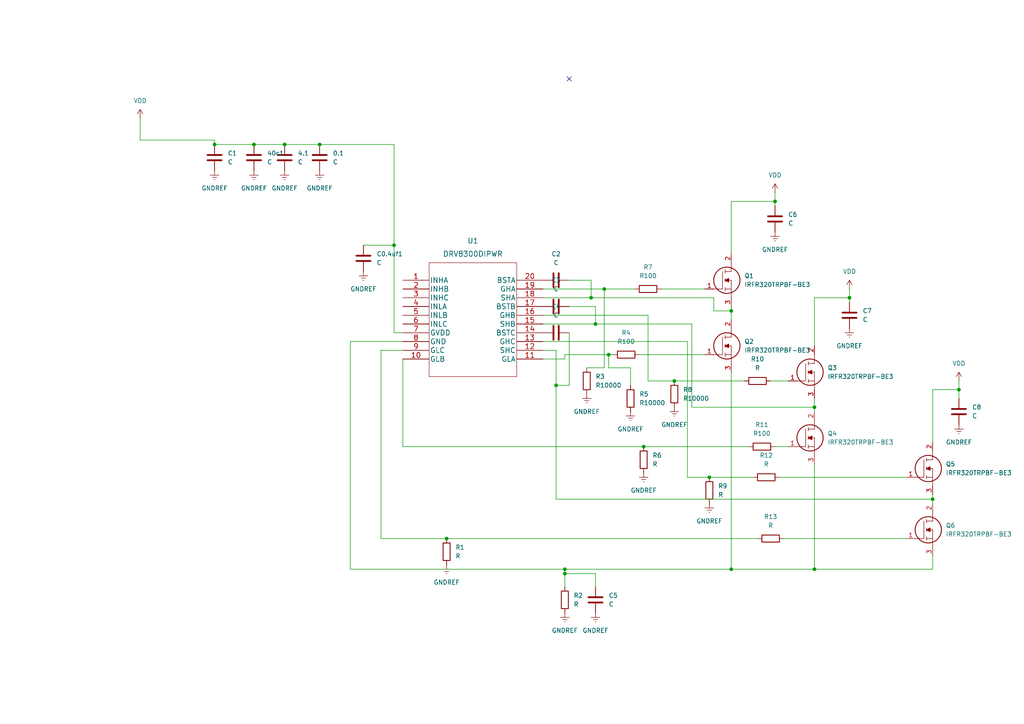
<source format=kicad_sch>
(kicad_sch (version 20211123) (generator eeschema)
  (paper "A4")
  (lib_symbols
    (symbol "DRV8300PWR:DRV8300DIPWR" (pin_names (offset 0.254))
      (property "Reference" "U" (at 20.32 10.16 0))
      (property "Value" "DRV8300DIPWR" (at 20.32 7.62 0))
      (symbol "DRV8300DIPWR_1_1"
        (polyline (pts (xy 7.62 -27.94) (xy 33.02 -27.94)) (stroke (width 0.127)))
        (polyline (pts (xy 7.62 5.08) (xy 7.62 -27.94)) (stroke (width 0.127)))
        (polyline (pts (xy 33.02 -27.94) (xy 33.02 5.08)) (stroke (width 0.127)))
        (polyline (pts (xy 33.02 5.08) (xy 7.62 5.08)) (stroke (width 0.127)))
        (pin input line (at 0 0 0) (length 7.62) (name "INHA") (number "1"))
        (pin unspecified line (at 0 -22.86 0) (length 7.62) (name "GLB") (number "10"))
        (pin unspecified line (at 40.64 -22.86 180) (length 7.62) (name "GLA") (number "11"))
        (pin unspecified line (at 40.64 -20.32 180) (length 7.62) (name "SHC") (number "12"))
        (pin unspecified line (at 40.64 -17.78 180) (length 7.62) (name "GHC") (number "13"))
        (pin unspecified line (at 40.64 -15.24 180) (length 7.62) (name "BSTC") (number "14"))
        (pin unspecified line (at 40.64 -12.7 180) (length 7.62) (name "SHB") (number "15"))
        (pin unspecified line (at 40.64 -10.16 180) (length 7.62) (name "GHB") (number "16"))
        (pin unspecified line (at 40.64 -7.62 180) (length 7.62) (name "BSTB") (number "17"))
        (pin unspecified line (at 40.64 -5.08 180) (length 7.62) (name "SHA") (number "18"))
        (pin unspecified line (at 40.64 -2.54 180) (length 7.62) (name "GHA") (number "19"))
        (pin input line (at 0 -2.54 0) (length 7.62) (name "INHB") (number "2"))
        (pin unspecified line (at 40.64 0 180) (length 7.62) (name "BSTA") (number "20"))
        (pin input line (at 0 -5.08 0) (length 7.62) (name "INHC") (number "3"))
        (pin input line (at 0 -7.62 0) (length 7.62) (name "INLA") (number "4"))
        (pin input line (at 0 -10.16 0) (length 7.62) (name "INLB") (number "5"))
        (pin input line (at 0 -12.7 0) (length 7.62) (name "INLC") (number "6"))
        (pin power_in line (at 0 -15.24 0) (length 7.62) (name "GVDD") (number "7"))
        (pin power_in line (at 0 -17.78 0) (length 7.62) (name "GND") (number "8"))
        (pin unspecified line (at 0 -20.32 0) (length 7.62) (name "GLC") (number "9"))
      )
    )
    (symbol "Device:C" (pin_numbers hide) (pin_names (offset 0.254))
      (property "Reference" "C" (at 0.635 2.54 0))
      (property "Value" "C" (at 0.635 -2.54 0))
      (symbol "C_0_1"
        (polyline (pts (xy -2.032 -0.762) (xy 2.032 -0.762)) (stroke (width 0.508)))
        (polyline (pts (xy -2.032 0.762) (xy 2.032 0.762)) (stroke (width 0.508)))
      )
      (symbol "C_1_1"
        (pin passive line (at 0 3.81 270) (length 2.794) (name "~") (number "1"))
        (pin passive line (at 0 -3.81 90) (length 2.794) (name "~") (number "2"))
      )
    )
    (symbol "Device:R" (pin_numbers hide) (pin_names (offset 0))
      (property "Reference" "R" (at 2.032 0 90))
      (property "Value" "R" (at 0 0 90))
      (symbol "R_0_1"
        (rectangle (start -1.016 -2.54) (end 1.016 2.54) (stroke (width 0.254)))
      )
      (symbol "R_1_1"
        (pin passive line (at 0 3.81 270) (length 1.27) (name "~") (number "1"))
        (pin passive line (at 0 -3.81 90) (length 1.27) (name "~") (number "2"))
      )
    )
    (symbol "IRFR320TRPBF-BE3:IRFR320TRPBF-BE3" (pin_names (offset 0.762))
      (property "Reference" "Q" (at 11.43 3.81 0))
      (property "Value" "IRFR320TRPBF-BE3" (at 11.43 1.27 0))
      (symbol "IRFR320TRPBF-BE3_0_0"
        (pin passive line (at 0 0 0) (length 2.54) (name "~") (number "1"))
        (pin passive line (at 7.62 10.16 270) (length 2.54) (name "~") (number "2"))
        (pin passive line (at 7.62 -5.08 90) (length 2.54) (name "~") (number "3"))
      )
      (symbol "IRFR320TRPBF-BE3_0_1"
        (polyline (pts (xy 5.842 -0.508) (xy 5.842 0.508)) (stroke (width 0.1524)))
        (polyline (pts (xy 5.842 0) (xy 7.62 0)) (stroke (width 0.1524)))
        (polyline (pts (xy 5.842 2.032) (xy 5.842 3.048)) (stroke (width 0.1524)))
        (polyline (pts (xy 5.842 5.588) (xy 5.842 4.572)) (stroke (width 0.1524)))
        (polyline (pts (xy 7.62 2.54) (xy 5.842 2.54)) (stroke (width 0.1524)))
        (polyline (pts (xy 7.62 2.54) (xy 7.62 -2.54)) (stroke (width 0.1524)))
        (polyline (pts (xy 7.62 5.08) (xy 5.842 5.08)) (stroke (width 0.1524)))
        (polyline (pts (xy 7.62 5.08) (xy 7.62 7.62)) (stroke (width 0.1524)))
        (polyline (pts (xy 2.54 0) (xy 5.08 0) (xy 5.08 5.08)) (stroke (width 0.1524)))
        (polyline (pts (xy 5.842 2.54) (xy 6.858 3.048) (xy 6.858 2.032) (xy 5.842 2.54)) (stroke (width 0.254)) (fill (type outline)))
        (circle (center 6.35 2.54) (radius 3.81) (stroke (width 0.254)))
      )
    )
    (symbol "power:GNDREF" (power) (pin_names (offset 0))
      (property "Value" "GNDREF" (at 0 -3.81 0))
      (symbol "GNDREF_0_1"
        (polyline (pts (xy -0.635 -1.905) (xy 0.635 -1.905)))
        (polyline (pts (xy -0.127 -2.54) (xy 0.127 -2.54)))
        (polyline (pts (xy 0 -1.27) (xy 0 0)))
        (polyline (pts (xy 1.27 -1.27) (xy -1.27 -1.27)))
      )
      (symbol "GNDREF_1_1"
        (pin power_in line (at 0 0 270) (length 0) hide (name "GNDREF") (number "1"))
      )
    )
    (symbol "power:VDD" (power) (pin_names (offset 0))
      (property "Value" "VDD" (at 0 3.81 0))
      (symbol "VDD_0_1"
        (polyline (pts (xy -0.762 1.27) (xy 0 2.54)))
        (polyline (pts (xy 0 0) (xy 0 2.54)))
        (polyline (pts (xy 0 2.54) (xy 0.762 1.27)))
      )
      (symbol "VDD_1_1"
        (pin power_in line (at 0 0 90) (length 0) hide (name "VDD") (number "1"))
      )
    )
  )
  (junction (at 246.38 86.36))
  (junction (at 163.83 166.37))
  (junction (at 62.23 41.91))
  (junction (at 224.79 58.42))
  (junction (at 236.22 118.11))
  (junction (at 195.58 110.49))
  (junction (at 186.69 129.54))
  (junction (at 171.45 86.36))
  (junction (at 236.22 165.1))
  (junction (at 172.72 93.98))
  (junction (at 73.66 41.91))
  (junction (at 175.26 83.82))
  (junction (at 278.13 113.03))
  (junction (at 205.74 138.43))
  (junction (at 212.09 90.17))
  (junction (at 82.55 41.91))
  (junction (at 129.54 156.21))
  (junction (at 161.29 111.76))
  (junction (at 114.3 71.12))
  (junction (at 212.09 165.1))
  (junction (at 176.53 102.87))
  (junction (at 163.83 165.1))
  (junction (at 92.71 41.91))
  (junction (at 270.51 144.78))
  (no_connect (at 165.1 22.86))
  (wire (pts (xy 278.13 110.49) (xy 278.13 113.03)))
  (wire (pts (xy 175.26 83.82) (xy 184.15 83.82)))
  (wire (pts (xy 195.58 110.49) (xy 215.9 110.49)))
  (wire (pts (xy 116.84 104.14) (xy 116.84 129.54)))
  (wire (pts (xy 187.96 110.49) (xy 195.58 110.49)))
  (wire (pts (xy 62.23 41.91) (xy 73.66 41.91)))
  (wire (pts (xy 82.55 41.91) (xy 92.71 41.91)))
  (wire (pts (xy 236.22 118.11) (xy 236.22 119.38)))
  (wire (pts (xy 224.79 129.54) (xy 228.6 129.54)))
  (wire (pts (xy 172.72 166.37) (xy 163.83 166.37)))
  (wire (pts (xy 116.84 129.54) (xy 186.69 129.54)))
  (wire (pts (xy 163.83 166.37) (xy 163.83 165.1)))
  (wire (pts (xy 62.23 40.64) (xy 62.23 41.91)))
  (wire (pts (xy 157.48 93.98) (xy 172.72 93.98)))
  (wire (pts (xy 207.01 86.36) (xy 207.01 90.17)))
  (wire (pts (xy 157.48 91.44) (xy 187.96 91.44)))
  (wire (pts (xy 157.48 86.36) (xy 171.45 86.36)))
  (wire (pts (xy 165.1 96.52) (xy 165.1 111.76)))
  (wire (pts (xy 223.52 110.49) (xy 228.6 110.49)))
  (wire (pts (xy 236.22 100.33) (xy 236.22 86.36)))
  (wire (pts (xy 199.39 138.43) (xy 205.74 138.43)))
  (wire (pts (xy 207.01 90.17) (xy 212.09 90.17)))
  (wire (pts (xy 105.41 71.12) (xy 114.3 71.12)))
  (wire (pts (xy 236.22 165.1) (xy 270.51 165.1)))
  (wire (pts (xy 101.6 99.06) (xy 101.6 165.1)))
  (wire (pts (xy 161.29 144.78) (xy 270.51 144.78)))
  (wire (pts (xy 161.29 101.6) (xy 161.29 111.76)))
  (wire (pts (xy 157.48 101.6) (xy 161.29 101.6)))
  (wire (pts (xy 212.09 90.17) (xy 212.09 92.71)))
  (wire (pts (xy 226.06 138.43) (xy 262.89 138.43)))
  (wire (pts (xy 40.64 40.64) (xy 62.23 40.64)))
  (wire (pts (xy 171.45 86.36) (xy 207.01 86.36)))
  (wire (pts (xy 212.09 107.95) (xy 212.09 165.1)))
  (wire (pts (xy 165.1 88.9) (xy 172.72 88.9)))
  (wire (pts (xy 270.51 143.51) (xy 270.51 144.78)))
  (wire (pts (xy 114.3 41.91) (xy 114.3 71.12)))
  (wire (pts (xy 177.8 102.87) (xy 176.53 102.87)))
  (wire (pts (xy 114.3 71.12) (xy 114.3 96.52)))
  (wire (pts (xy 191.77 83.82) (xy 204.47 83.82)))
  (wire (pts (xy 172.72 88.9) (xy 172.72 93.98)))
  (wire (pts (xy 116.84 99.06) (xy 101.6 99.06)))
  (wire (pts (xy 270.51 128.27) (xy 270.51 113.03)))
  (wire (pts (xy 40.64 34.29) (xy 40.64 40.64)))
  (wire (pts (xy 163.83 170.18) (xy 163.83 166.37)))
  (wire (pts (xy 172.72 170.18) (xy 172.72 166.37)))
  (wire (pts (xy 176.53 106.68) (xy 176.53 102.87)))
  (wire (pts (xy 157.48 104.14) (xy 163.83 104.14)))
  (wire (pts (xy 236.22 86.36) (xy 246.38 86.36)))
  (wire (pts (xy 101.6 165.1) (xy 163.83 165.1)))
  (wire (pts (xy 199.39 99.06) (xy 199.39 138.43)))
  (wire (pts (xy 157.48 99.06) (xy 199.39 99.06)))
  (wire (pts (xy 182.88 106.68) (xy 176.53 106.68)))
  (wire (pts (xy 236.22 134.62) (xy 236.22 165.1)))
  (wire (pts (xy 270.51 165.1) (xy 270.51 161.29)))
  (wire (pts (xy 204.47 102.87) (xy 185.42 102.87)))
  (wire (pts (xy 165.1 111.76) (xy 161.29 111.76)))
  (wire (pts (xy 73.66 41.91) (xy 82.55 41.91)))
  (wire (pts (xy 212.09 165.1) (xy 236.22 165.1)))
  (wire (pts (xy 110.49 156.21) (xy 129.54 156.21)))
  (wire (pts (xy 161.29 111.76) (xy 161.29 144.78)))
  (wire (pts (xy 205.74 138.43) (xy 218.44 138.43)))
  (wire (pts (xy 246.38 86.36) (xy 246.38 87.63)))
  (wire (pts (xy 187.96 91.44) (xy 187.96 110.49)))
  (wire (pts (xy 278.13 113.03) (xy 278.13 115.57)))
  (wire (pts (xy 157.48 83.82) (xy 175.26 83.82)))
  (wire (pts (xy 246.38 83.82) (xy 246.38 86.36)))
  (wire (pts (xy 186.69 129.54) (xy 217.17 129.54)))
  (wire (pts (xy 92.71 41.91) (xy 114.3 41.91)))
  (wire (pts (xy 270.51 113.03) (xy 278.13 113.03)))
  (wire (pts (xy 212.09 58.42) (xy 224.79 58.42)))
  (wire (pts (xy 171.45 81.28) (xy 171.45 86.36)))
  (wire (pts (xy 110.49 156.21) (xy 110.49 101.6)))
  (wire (pts (xy 212.09 73.66) (xy 212.09 58.42)))
  (wire (pts (xy 172.72 93.98) (xy 200.66 93.98)))
  (wire (pts (xy 270.51 144.78) (xy 270.51 146.05)))
  (wire (pts (xy 163.83 102.87) (xy 163.83 104.14)))
  (wire (pts (xy 200.66 118.11) (xy 236.22 118.11)))
  (wire (pts (xy 262.89 156.21) (xy 227.33 156.21)))
  (wire (pts (xy 175.26 106.68) (xy 175.26 83.82)))
  (wire (pts (xy 116.84 96.52) (xy 114.3 96.52)))
  (wire (pts (xy 212.09 88.9) (xy 212.09 90.17)))
  (wire (pts (xy 110.49 101.6) (xy 116.84 101.6)))
  (wire (pts (xy 236.22 115.57) (xy 236.22 118.11)))
  (wire (pts (xy 170.18 106.68) (xy 175.26 106.68)))
  (wire (pts (xy 224.79 58.42) (xy 224.79 59.69)))
  (wire (pts (xy 200.66 93.98) (xy 200.66 118.11)))
  (wire (pts (xy 182.88 111.76) (xy 182.88 106.68)))
  (wire (pts (xy 165.1 81.28) (xy 171.45 81.28)))
  (wire (pts (xy 129.54 156.21) (xy 219.71 156.21)))
  (wire (pts (xy 176.53 102.87) (xy 163.83 102.87)))
  (wire (pts (xy 163.83 165.1) (xy 212.09 165.1)))
  (wire (pts (xy 224.79 55.88) (xy 224.79 58.42)))
  (symbol (lib_id "Device:C") (at 92.71 45.72 0) (unit 1)
    (property "Reference" "0.1" (at 96.52 44.4499 0) (effects (justify left)))
    (property "Value" "C" (at 96.52 46.9899 0) (effects (justify left)))
  )
  (symbol (lib_id "power:GNDREF") (at 186.69 137.16 0) (unit 1)
    (property "Reference" "#PWR012" (effects hide))
    (property "Value" "GNDREF" (at 186.69 142.24 0))
  )
  (symbol (lib_id "power:GNDREF") (at 195.58 118.11 0) (unit 1)
    (property "Reference" "#PWR013" (effects hide))
    (property "Value" "GNDREF" (at 195.58 123.19 0))
  )
  (symbol (lib_id "Device:R") (at 219.71 110.49 90) (unit 1)
    (property "Reference" "R10" (at 219.71 104.14 90))
    (property "Value" "R" (at 219.71 106.68 90))
  )
  (symbol (lib_id "Device:C") (at 224.79 63.5 0) (unit 1)
    (property "Reference" "C6" (at 228.6 62.2299 0) (effects (justify left)))
    (property "Value" "C" (at 228.6 64.7699 0) (effects (justify left)))
  )
  (symbol (lib_id "Device:R") (at 181.61 102.87 90) (unit 1)
    (property "Reference" "R4" (at 181.61 96.52 90))
    (property "Value" "R100" (at 181.61 99.06 90))
  )
  (symbol (lib_id "Device:R") (at 195.58 114.3 0) (unit 1)
    (property "Reference" "R8" (at 198.12 113.0299 0) (effects (justify left)))
    (property "Value" "R10000" (at 198.12 115.5699 0) (effects (justify left)))
  )
  (symbol (lib_id "power:GNDREF") (at 73.66 49.53 0) (unit 1)
    (property "Reference" "#PWR03" (effects hide))
    (property "Value" "GNDREF" (at 73.66 54.61 0))
  )
  (symbol (lib_id "Device:R") (at 205.74 142.24 0) (unit 1)
    (property "Reference" "R9" (at 208.28 140.9699 0) (effects (justify left)))
    (property "Value" "R" (at 208.28 143.5099 0) (effects (justify left)))
  )
  (symbol (lib_id "power:VDD") (at 278.13 110.49 0) (unit 1)
    (property "Reference" "#PWR019" (effects hide))
    (property "Value" "VDD" (at 278.13 105.41 0))
  )
  (symbol (lib_id "power:GNDREF") (at 163.83 177.8 0) (unit 1)
    (property "Reference" "#PWR08" (effects hide))
    (property "Value" "GNDREF" (at 163.83 182.88 0))
  )
  (symbol (lib_id "Device:C") (at 278.13 119.38 0) (unit 1)
    (property "Reference" "C8" (at 281.94 118.1099 0) (effects (justify left)))
    (property "Value" "C" (at 281.94 120.6499 0) (effects (justify left)))
  )
  (symbol (lib_id "Device:R") (at 129.54 160.02 0) (unit 1)
    (property "Reference" "R1" (at 132.08 158.7499 0) (effects (justify left)))
    (property "Value" "R" (at 132.08 161.2899 0) (effects (justify left)))
  )
  (symbol (lib_id "Device:C") (at 161.29 96.52 270) (unit 1)
    (property "Reference" "C4" (at 161.29 88.9 90))
    (property "Value" "C" (at 161.29 91.44 90))
  )
  (symbol (lib_id "power:GNDREF") (at 82.55 49.53 0) (unit 1)
    (property "Reference" "#PWR04" (effects hide))
    (property "Value" "GNDREF" (at 82.55 54.61 0))
  )
  (symbol (lib_id "power:VDD") (at 246.38 83.82 0) (unit 1)
    (property "Reference" "#PWR017" (effects hide))
    (property "Value" "VDD" (at 246.38 78.74 0))
  )
  (symbol (lib_id "Device:R") (at 182.88 115.57 0) (unit 1)
    (property "Reference" "R5" (at 185.42 114.2999 0) (effects (justify left)))
    (property "Value" "R10000" (at 185.42 116.8399 0) (effects (justify left)))
  )
  (symbol (lib_id "Device:R") (at 170.18 110.49 0) (unit 1)
    (property "Reference" "R3" (at 172.72 109.2199 0) (effects (justify left)))
    (property "Value" "R10000" (at 172.72 111.7599 0) (effects (justify left)))
  )
  (symbol (lib_id "Device:C") (at 62.23 45.72 0) (unit 1)
    (property "Reference" "C1" (at 66.04 44.4499 0) (effects (justify left)))
    (property "Value" "C" (at 66.04 46.9899 0) (effects (justify left)))
  )
  (symbol (lib_id "IRFR320TRPBF-BE3:IRFR320TRPBF-BE3") (at 204.47 83.82 0) (unit 1)
    (property "Reference" "Q1" (at 215.9 80.0099 0) (effects (justify left)))
    (property "Value" "IRFR320TRPBF-BE3" (at 215.9 82.5499 0) (effects (justify left)))
    (property "Footprint" "IRFR320TRPBFBE3" (effects hide))
    (property "Datasheet" "https://www.vishay.com/docs/91273/sihfr320.pdf" (effects hide))
    (property "Description" "MOSFET N-CHANNEL 400V" (effects hide))
    (property "Height" "2.52" (effects hide))
    (property "Mouser Part Number" "78-IRFR320TRPBF-BE3" (effects hide))
    (property "Mouser Price/Stock" "https://www.mouser.co.uk/ProductDetail/Vishay-Semiconductors/IRFR320TRPBF-BE3?qs=TCDPyi3sCW35%2Ff7twG6d5A%3D%3D" (effects hide))
    (property "Manufacturer_Name" "Vishay" (effects hide))
    (property "Manufacturer_Part_Number" "IRFR320TRPBF-BE3" (effects hide))
  )
  (symbol (lib_id "power:GNDREF") (at 246.38 95.25 0) (unit 1)
    (property "Reference" "#PWR018" (effects hide))
    (property "Value" "GNDREF" (at 246.38 100.33 0))
  )
  (symbol (lib_id "power:GNDREF") (at 224.79 67.31 0) (unit 1)
    (property "Reference" "#PWR016" (effects hide))
    (property "Value" "GNDREF" (at 224.79 72.39 0))
  )
  (symbol (lib_id "power:GNDREF") (at 205.74 146.05 0) (unit 1)
    (property "Reference" "#PWR014" (effects hide))
    (property "Value" "GNDREF" (at 205.74 151.13 0))
  )
  (symbol (lib_id "Device:C") (at 82.55 45.72 0) (unit 1)
    (property "Reference" "4.1" (at 86.36 44.4499 0) (effects (justify left)))
    (property "Value" "C" (at 86.36 46.9899 0) (effects (justify left)))
  )
  (symbol (lib_id "Device:R") (at 187.96 83.82 270) (unit 1)
    (property "Reference" "R7" (at 187.96 77.47 90))
    (property "Value" "R100" (at 187.96 80.01 90))
  )
  (symbol (lib_id "IRFR320TRPBF-BE3:IRFR320TRPBF-BE3") (at 262.89 156.21 0) (unit 1)
    (property "Reference" "Q6" (at 274.32 152.3999 0) (effects (justify left)))
    (property "Value" "IRFR320TRPBF-BE3" (at 274.32 154.9399 0) (effects (justify left)))
    (property "Footprint" "IRFR320TRPBFBE3" (effects hide))
    (property "Datasheet" "https://www.vishay.com/docs/91273/sihfr320.pdf" (effects hide))
    (property "Description" "MOSFET N-CHANNEL 400V" (effects hide))
    (property "Height" "2.52" (effects hide))
    (property "Mouser Part Number" "78-IRFR320TRPBF-BE3" (effects hide))
    (property "Mouser Price/Stock" "https://www.mouser.co.uk/ProductDetail/Vishay-Semiconductors/IRFR320TRPBF-BE3?qs=TCDPyi3sCW35%2Ff7twG6d5A%3D%3D" (effects hide))
    (property "Manufacturer_Name" "Vishay" (effects hide))
    (property "Manufacturer_Part_Number" "IRFR320TRPBF-BE3" (effects hide))
  )
  (symbol (lib_id "power:GNDREF") (at 62.23 49.53 0) (unit 1)
    (property "Reference" "#PWR02" (effects hide))
    (property "Value" "GNDREF" (at 62.23 54.61 0))
  )
  (symbol (lib_id "Device:C") (at 161.29 81.28 90) (unit 1)
    (property "Reference" "C2" (at 161.29 73.66 90))
    (property "Value" "C" (at 161.29 76.2 90))
  )
  (symbol (lib_id "Device:R") (at 186.69 133.35 0) (unit 1)
    (property "Reference" "R6" (at 189.23 132.0799 0) (effects (justify left)))
    (property "Value" "R" (at 189.23 134.6199 0) (effects (justify left)))
  )
  (symbol (lib_id "Device:R") (at 223.52 156.21 90) (unit 1)
    (property "Reference" "R13" (at 223.52 149.86 90))
    (property "Value" "R" (at 223.52 152.4 90))
  )
  (symbol (lib_id "power:GNDREF") (at 92.71 49.53 0) (unit 1)
    (property "Reference" "#PWR05" (effects hide))
    (property "Value" "GNDREF" (at 92.71 54.61 0))
  )
  (symbol (lib_id "Device:C") (at 246.38 91.44 0) (unit 1)
    (property "Reference" "C7" (at 250.19 90.1699 0) (effects (justify left)))
    (property "Value" "C" (at 250.19 92.7099 0) (effects (justify left)))
  )
  (symbol (lib_id "power:VDD") (at 40.64 34.29 0) (unit 1)
    (property "Reference" "#PWR01" (effects hide))
    (property "Value" "VDD" (at 40.64 29.21 0))
  )
  (symbol (lib_id "power:GNDREF") (at 172.72 177.8 0) (unit 1)
    (property "Reference" "#PWR010" (effects hide))
    (property "Value" "GNDREF" (at 172.72 182.88 0))
  )
  (symbol (lib_id "power:VDD") (at 224.79 55.88 0) (unit 1)
    (property "Reference" "#PWR015" (effects hide))
    (property "Value" "VDD" (at 224.79 50.8 0))
  )
  (symbol (lib_id "Device:R") (at 163.83 173.99 0) (unit 1)
    (property "Reference" "R2" (at 166.37 172.7199 0) (effects (justify left)))
    (property "Value" "R" (at 166.37 175.2599 0) (effects (justify left)))
  )
  (symbol (lib_id "Device:R") (at 220.98 129.54 270) (unit 1)
    (property "Reference" "R11" (at 220.98 123.19 90))
    (property "Value" "R100" (at 220.98 125.73 90))
  )
  (symbol (lib_id "power:GNDREF") (at 182.88 119.38 0) (unit 1)
    (property "Reference" "#PWR011" (effects hide))
    (property "Value" "GNDREF" (at 182.88 124.46 0))
  )
  (symbol (lib_id "power:GNDREF") (at 278.13 123.19 0) (unit 1)
    (property "Reference" "#PWR020" (effects hide))
    (property "Value" "GNDREF" (at 278.13 128.27 0))
  )
  (symbol (lib_id "Device:C") (at 73.66 45.72 0) (unit 1)
    (property "Reference" "40c1" (at 77.47 44.4499 0) (effects (justify left)))
    (property "Value" "C" (at 77.47 46.9899 0) (effects (justify left)))
  )
  (symbol (lib_id "IRFR320TRPBF-BE3:IRFR320TRPBF-BE3") (at 228.6 129.54 0) (unit 1)
    (property "Reference" "Q4" (at 240.03 125.7299 0) (effects (justify left)))
    (property "Value" "IRFR320TRPBF-BE3" (at 240.03 128.2699 0) (effects (justify left)))
    (property "Footprint" "IRFR320TRPBFBE3" (effects hide))
    (property "Datasheet" "https://www.vishay.com/docs/91273/sihfr320.pdf" (effects hide))
    (property "Description" "MOSFET N-CHANNEL 400V" (effects hide))
    (property "Height" "2.52" (effects hide))
    (property "Mouser Part Number" "78-IRFR320TRPBF-BE3" (effects hide))
    (property "Mouser Price/Stock" "https://www.mouser.co.uk/ProductDetail/Vishay-Semiconductors/IRFR320TRPBF-BE3?qs=TCDPyi3sCW35%2Ff7twG6d5A%3D%3D" (effects hide))
    (property "Manufacturer_Name" "Vishay" (effects hide))
    (property "Manufacturer_Part_Number" "IRFR320TRPBF-BE3" (effects hide))
  )
  (symbol (lib_id "IRFR320TRPBF-BE3:IRFR320TRPBF-BE3") (at 262.89 138.43 0) (unit 1)
    (property "Reference" "Q5" (at 274.32 134.6199 0) (effects (justify left)))
    (property "Value" "IRFR320TRPBF-BE3" (at 274.32 137.1599 0) (effects (justify left)))
    (property "Footprint" "IRFR320TRPBFBE3" (effects hide))
    (property "Datasheet" "https://www.vishay.com/docs/91273/sihfr320.pdf" (effects hide))
    (property "Description" "MOSFET N-CHANNEL 400V" (effects hide))
    (property "Height" "2.52" (effects hide))
    (property "Mouser Part Number" "78-IRFR320TRPBF-BE3" (effects hide))
    (property "Mouser Price/Stock" "https://www.mouser.co.uk/ProductDetail/Vishay-Semiconductors/IRFR320TRPBF-BE3?qs=TCDPyi3sCW35%2Ff7twG6d5A%3D%3D" (effects hide))
    (property "Manufacturer_Name" "Vishay" (effects hide))
    (property "Manufacturer_Part_Number" "IRFR320TRPBF-BE3" (effects hide))
  )
  (symbol (lib_id "IRFR320TRPBF-BE3:IRFR320TRPBF-BE3") (at 204.47 102.87 0) (unit 1)
    (property "Reference" "Q2" (at 215.9 99.0599 0) (effects (justify left)))
    (property "Value" "IRFR320TRPBF-BE3" (at 215.9 101.5999 0) (effects (justify left)))
    (property "Footprint" "IRFR320TRPBFBE3" (effects hide))
    (property "Datasheet" "https://www.vishay.com/docs/91273/sihfr320.pdf" (effects hide))
    (property "Description" "MOSFET N-CHANNEL 400V" (effects hide))
    (property "Height" "2.52" (effects hide))
    (property "Mouser Part Number" "78-IRFR320TRPBF-BE3" (effects hide))
    (property "Mouser Price/Stock" "https://www.mouser.co.uk/ProductDetail/Vishay-Semiconductors/IRFR320TRPBF-BE3?qs=TCDPyi3sCW35%2Ff7twG6d5A%3D%3D" (effects hide))
    (property "Manufacturer_Name" "Vishay" (effects hide))
    (property "Manufacturer_Part_Number" "IRFR320TRPBF-BE3" (effects hide))
  )
  (symbol (lib_id "Device:C") (at 172.72 173.99 0) (unit 1)
    (property "Reference" "C5" (at 176.53 172.7199 0) (effects (justify left)))
    (property "Value" "C" (at 176.53 175.2599 0) (effects (justify left)))
  )
  (symbol (lib_id "power:GNDREF") (at 129.54 163.83 0) (unit 1)
    (property "Reference" "#PWR07" (effects hide))
    (property "Value" "GNDREF" (at 129.54 168.91 0))
  )
  (symbol (lib_id "IRFR320TRPBF-BE3:IRFR320TRPBF-BE3") (at 228.6 110.49 0) (unit 1)
    (property "Reference" "Q3" (at 240.03 106.6799 0) (effects (justify left)))
    (property "Value" "IRFR320TRPBF-BE3" (at 240.03 109.2199 0) (effects (justify left)))
    (property "Footprint" "IRFR320TRPBFBE3" (effects hide))
    (property "Datasheet" "https://www.vishay.com/docs/91273/sihfr320.pdf" (effects hide))
    (property "Description" "MOSFET N-CHANNEL 400V" (effects hide))
    (property "Height" "2.52" (effects hide))
    (property "Mouser Part Number" "78-IRFR320TRPBF-BE3" (effects hide))
    (property "Mouser Price/Stock" "https://www.mouser.co.uk/ProductDetail/Vishay-Semiconductors/IRFR320TRPBF-BE3?qs=TCDPyi3sCW35%2Ff7twG6d5A%3D%3D" (effects hide))
    (property "Manufacturer_Name" "Vishay" (effects hide))
    (property "Manufacturer_Part_Number" "IRFR320TRPBF-BE3" (effects hide))
  )
  (symbol (lib_id "Device:C") (at 105.41 74.93 0) (unit 1)
    (property "Reference" "C0.4uf1" (at 109.22 73.6599 0) (effects (justify left)))
    (property "Value" "C" (at 109.22 76.1999 0) (effects (justify left)))
  )
  (symbol (lib_id "Device:R") (at 222.25 138.43 90) (unit 1)
    (property "Reference" "R12" (at 222.25 132.08 90))
    (property "Value" "R" (at 222.25 134.62 90))
  )
  (symbol (lib_id "Device:C") (at 161.29 88.9 90) (unit 1)
    (property "Reference" "C3" (at 161.29 81.28 90))
    (property "Value" "C" (at 161.29 83.82 90))
  )
  (symbol (lib_id "DRV8300PWR:DRV8300DIPWR") (at 116.84 81.28 0) (unit 1)
    (property "Reference" "U1" (at 137.16 69.85 0) (effects (font (size 1.524 1.524))))
    (property "Value" "DRV8300DIPWR" (at 137.16 73.66 0) (effects (font (size 1.524 1.524))))
    (property "Footprint" "TSSOP_0DIPWR_TEX" (effects hide))
  )
  (symbol (lib_id "power:GNDREF") (at 170.18 114.3 0) (unit 1)
    (property "Reference" "#PWR09" (effects hide))
    (property "Value" "GNDREF" (at 170.18 119.38 0))
  )
  (symbol (lib_id "power:GNDREF") (at 105.41 78.74 0) (unit 1)
    (property "Reference" "#PWR06" (effects hide))
    (property "Value" "GNDREF" (at 105.41 83.82 0))
  )
)
</source>
